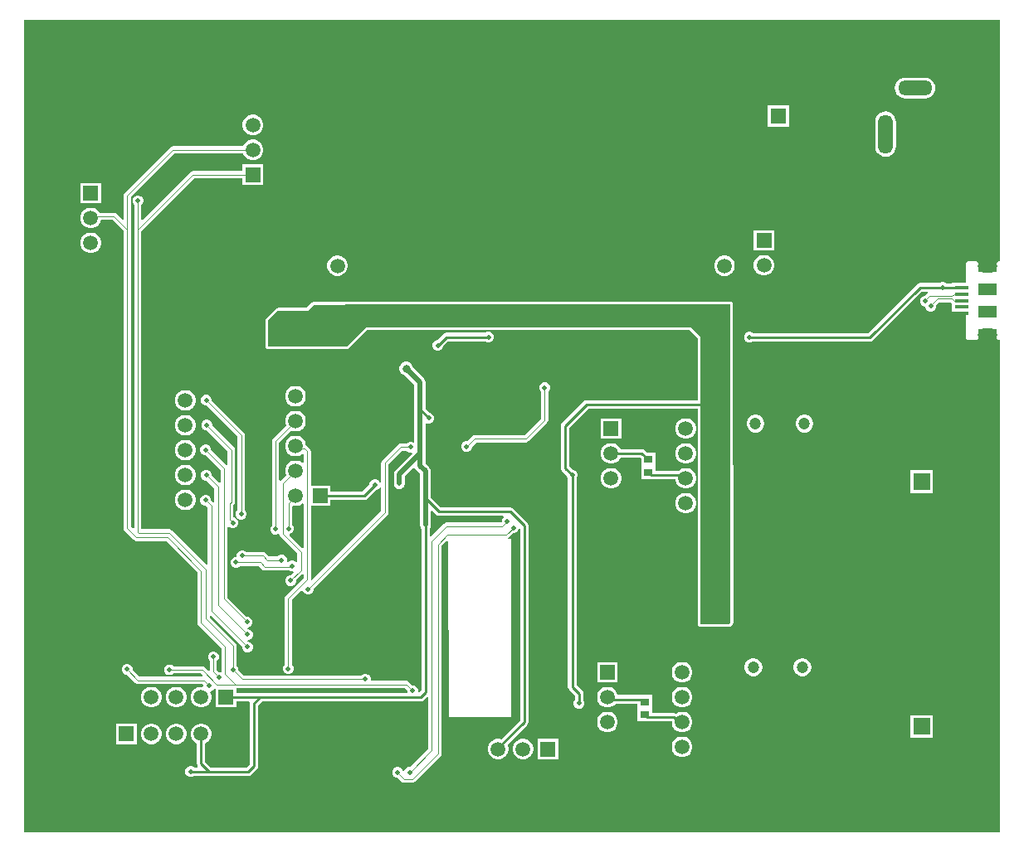
<source format=gbl>
G04*
G04 #@! TF.GenerationSoftware,Altium Limited,Altium Designer,21.0.9 (235)*
G04*
G04 Layer_Physical_Order=2*
G04 Layer_Color=16711680*
%FSLAX44Y44*%
%MOMM*%
G71*
G04*
G04 #@! TF.SameCoordinates,BC5F0FA3-8C3F-41DD-A052-AF4356C4A8CD*
G04*
G04*
G04 #@! TF.FilePolarity,Positive*
G04*
G01*
G75*
%ADD10C,0.2500*%
%ADD12C,0.2540*%
%ADD15C,0.1250*%
%ADD26R,0.9000X0.8000*%
%ADD60R,1.7000X1.7000*%
%ADD61C,3.5000*%
%ADD71C,0.5000*%
%ADD73O,1.5000X4.0000*%
%ADD74O,1.5000X3.5000*%
%ADD75O,3.5000X1.5000*%
%ADD76C,1.5500*%
%ADD77R,1.5500X1.5500*%
%ADD78C,1.5000*%
%ADD79R,1.5000X1.5000*%
%ADD80R,1.5000X1.5000*%
%ADD81C,1.2000*%
%ADD82O,2.0000X1.3500*%
%ADD83O,1.2500X1.0500*%
%ADD84C,0.5000*%
%ADD85C,0.8000*%
%ADD86R,1.3500X0.4000*%
G36*
X1778000Y1024059D02*
X1776829Y1023826D01*
X1775837Y1023163D01*
X1775174Y1022170D01*
X1774941Y1021000D01*
Y1012559D01*
X1756559D01*
Y1021000D01*
X1756326Y1022170D01*
X1755663Y1023163D01*
X1754671Y1023826D01*
X1753500Y1024059D01*
X1746800D01*
X1745629Y1023826D01*
X1744637Y1023163D01*
X1743974Y1022170D01*
X1743741Y1021000D01*
Y1001500D01*
X1729250D01*
Y1001083D01*
X1723695D01*
X1723116Y1001663D01*
X1721094Y1002500D01*
X1718906D01*
X1716884Y1001663D01*
X1716555Y1001333D01*
X1696750D01*
X1695092Y1001003D01*
X1693686Y1000064D01*
X1643955Y950333D01*
X1526195D01*
X1525865Y950663D01*
X1523844Y951500D01*
X1521656D01*
X1519635Y950663D01*
X1518087Y949116D01*
X1517250Y947094D01*
Y944906D01*
X1518087Y942885D01*
X1519635Y941337D01*
X1521656Y940500D01*
X1523844D01*
X1525865Y941337D01*
X1526195Y941667D01*
X1645750D01*
X1647408Y941997D01*
X1648814Y942936D01*
X1698545Y992667D01*
X1704957D01*
X1705172Y991415D01*
X1703973Y990613D01*
X1703973Y990613D01*
X1701871Y988511D01*
X1701312D01*
X1699290Y987673D01*
X1697743Y986126D01*
X1696906Y984105D01*
Y981917D01*
X1697743Y979895D01*
X1699290Y978348D01*
X1701312Y977511D01*
X1702415D01*
Y976768D01*
X1703252Y974747D01*
X1704799Y973200D01*
X1706821Y972362D01*
X1709009D01*
X1711030Y973200D01*
X1712577Y974747D01*
X1713415Y976768D01*
Y978938D01*
X1716281Y981804D01*
X1728094D01*
X1729012Y980887D01*
X1729012Y980887D01*
X1729250Y980727D01*
Y972000D01*
X1743741D01*
Y946000D01*
X1743974Y944829D01*
X1744637Y943837D01*
X1745629Y943174D01*
X1746800Y942941D01*
X1753500D01*
X1754671Y943174D01*
X1755663Y943837D01*
X1756326Y944829D01*
X1756559Y946000D01*
Y954441D01*
X1774941D01*
Y946000D01*
X1775174Y944829D01*
X1775837Y943837D01*
X1776829Y943174D01*
X1778000Y942941D01*
Y440000D01*
X783000D01*
Y1270000D01*
X1778000D01*
Y1024059D01*
D02*
G37*
G36*
X1774941Y989059D02*
X1756559D01*
Y1000941D01*
X1774941D01*
Y989059D01*
D02*
G37*
G36*
Y966059D02*
X1756559D01*
Y977941D01*
X1774941D01*
Y966059D01*
D02*
G37*
%LPC*%
G36*
X1701750Y1211091D02*
X1681750D01*
X1679009Y1210730D01*
X1676455Y1209672D01*
X1674261Y1207989D01*
X1672578Y1205795D01*
X1671520Y1203241D01*
X1671159Y1200500D01*
X1671520Y1197759D01*
X1672578Y1195205D01*
X1674261Y1193011D01*
X1676455Y1191328D01*
X1679009Y1190270D01*
X1681750Y1189909D01*
X1701750D01*
X1704491Y1190270D01*
X1707045Y1191328D01*
X1709239Y1193011D01*
X1710922Y1195205D01*
X1711980Y1197759D01*
X1712341Y1200500D01*
X1711980Y1203241D01*
X1710922Y1205795D01*
X1709239Y1207989D01*
X1707045Y1209672D01*
X1704491Y1210730D01*
X1701750Y1211091D01*
D02*
G37*
G36*
X1563000Y1182550D02*
X1541500D01*
Y1161050D01*
X1563000D01*
Y1182550D01*
D02*
G37*
G36*
X1017632Y1173250D02*
X1014868D01*
X1012197Y1172534D01*
X1009803Y1171152D01*
X1007848Y1169197D01*
X1006466Y1166803D01*
X1005750Y1164132D01*
Y1161368D01*
X1006466Y1158697D01*
X1007848Y1156303D01*
X1009803Y1154348D01*
X1012197Y1152966D01*
X1014868Y1152250D01*
X1017632D01*
X1020303Y1152966D01*
X1022697Y1154348D01*
X1024652Y1156303D01*
X1026034Y1158697D01*
X1026750Y1161368D01*
Y1164132D01*
X1026034Y1166803D01*
X1024652Y1169197D01*
X1022697Y1171152D01*
X1020303Y1172534D01*
X1017632Y1173250D01*
D02*
G37*
G36*
Y1147850D02*
X1014868D01*
X1012197Y1147134D01*
X1009803Y1145752D01*
X1007848Y1143797D01*
X1006466Y1141403D01*
X1006370Y1141046D01*
X934600D01*
X934600Y1141046D01*
X933186Y1140765D01*
X931986Y1139964D01*
X931986Y1139963D01*
X885387Y1093363D01*
X884585Y1092164D01*
X884304Y1090750D01*
X884304Y1090750D01*
Y1066582D01*
X883131Y1066096D01*
X877113Y1072113D01*
X875914Y1072915D01*
X874500Y1073196D01*
X874500Y1073196D01*
X859788D01*
X859152Y1074297D01*
X857197Y1076252D01*
X854803Y1077634D01*
X852132Y1078350D01*
X849368D01*
X846697Y1077634D01*
X844303Y1076252D01*
X842348Y1074297D01*
X840966Y1071903D01*
X840250Y1069232D01*
Y1066468D01*
X840966Y1063797D01*
X842348Y1061403D01*
X844303Y1059448D01*
X846697Y1058066D01*
X849368Y1057350D01*
X852132D01*
X854803Y1058066D01*
X857197Y1059448D01*
X859152Y1061403D01*
X860534Y1063797D01*
X861072Y1065804D01*
X872969D01*
X884304Y1054469D01*
Y750890D01*
X884304Y750890D01*
X884585Y749476D01*
X885387Y748277D01*
X894777Y738886D01*
X895976Y738085D01*
X897390Y737804D01*
X897390Y737804D01*
X927469D01*
X959304Y705969D01*
Y654750D01*
X959304Y654750D01*
X959585Y653336D01*
X960387Y652137D01*
X984054Y628469D01*
Y604641D01*
X983094Y604000D01*
X981727D01*
X979446Y606281D01*
Y615418D01*
X980413Y616385D01*
X981250Y618406D01*
Y620594D01*
X980413Y622616D01*
X978866Y624163D01*
X976844Y625000D01*
X974656D01*
X972635Y624163D01*
X971087Y622616D01*
X970250Y620594D01*
Y618406D01*
X971087Y616385D01*
X972054Y615418D01*
Y605804D01*
X970784Y605278D01*
X967093Y608969D01*
X965894Y609770D01*
X964480Y610051D01*
X964479Y610051D01*
X935262D01*
X934295Y611018D01*
X932274Y611855D01*
X930086D01*
X928064Y611018D01*
X926517Y609471D01*
X925680Y607449D01*
Y605261D01*
X926517Y603240D01*
X928064Y601693D01*
X930086Y600855D01*
X932274D01*
X934295Y601693D01*
X935262Y602659D01*
X962949D01*
X964892Y600716D01*
X964366Y599446D01*
X900531D01*
X893250Y606727D01*
Y608094D01*
X892413Y610116D01*
X890865Y611663D01*
X888844Y612500D01*
X886656D01*
X884634Y611663D01*
X883087Y610116D01*
X882250Y608094D01*
Y605906D01*
X883087Y603885D01*
X884634Y602337D01*
X886656Y601500D01*
X888023D01*
X896386Y593136D01*
X897586Y592335D01*
X899000Y592054D01*
X899000Y592054D01*
X964469D01*
X965590Y590933D01*
X965534Y589974D01*
X964682Y589000D01*
X961918D01*
X959247Y588284D01*
X956853Y586902D01*
X954898Y584947D01*
X953516Y582553D01*
X952800Y579882D01*
Y577118D01*
X953516Y574447D01*
X954898Y572053D01*
X956853Y570098D01*
X959247Y568716D01*
X961918Y568000D01*
X964682D01*
X967353Y568716D01*
X969747Y570098D01*
X971702Y572053D01*
X973084Y574447D01*
X973800Y577118D01*
Y579882D01*
X973084Y582553D01*
X972638Y583327D01*
X973314Y584695D01*
X974865Y585337D01*
X976413Y586884D01*
X977847Y587028D01*
X978200Y586766D01*
Y568000D01*
X999200D01*
Y574167D01*
X1011925D01*
X1012845Y572897D01*
X1012667Y572000D01*
Y554000D01*
X1012917Y552743D01*
Y510045D01*
X1009455Y506583D01*
X973295D01*
X967633Y512245D01*
Y531377D01*
X969747Y532598D01*
X971702Y534553D01*
X973084Y536947D01*
X973800Y539618D01*
Y542382D01*
X973084Y545053D01*
X971702Y547447D01*
X969747Y549402D01*
X967353Y550784D01*
X964682Y551500D01*
X961918D01*
X959247Y550784D01*
X956853Y549402D01*
X954898Y547447D01*
X953516Y545053D01*
X952800Y542382D01*
Y539618D01*
X953516Y536947D01*
X954898Y534553D01*
X956853Y532598D01*
X958967Y531377D01*
Y510450D01*
X959297Y508792D01*
X959924Y507853D01*
X959325Y506583D01*
X956195D01*
X955865Y506913D01*
X953844Y507750D01*
X951656D01*
X949634Y506913D01*
X948087Y505365D01*
X947250Y503344D01*
Y501156D01*
X948087Y499134D01*
X949634Y497587D01*
X951656Y496750D01*
X953844D01*
X955865Y497587D01*
X956195Y497917D01*
X1011250D01*
X1012908Y498247D01*
X1014314Y499186D01*
X1020314Y505186D01*
X1021253Y506592D01*
X1021583Y508250D01*
Y553750D01*
X1021333Y555007D01*
Y570205D01*
X1025295Y574167D01*
X1187250D01*
X1188908Y574497D01*
X1190314Y575436D01*
X1193881Y579003D01*
X1195054Y578517D01*
Y525781D01*
X1176273Y507000D01*
X1174906D01*
X1172885Y506163D01*
X1171337Y504616D01*
X1170500Y502594D01*
X1169250D01*
X1168413Y504616D01*
X1166865Y506163D01*
X1164844Y507000D01*
X1162656D01*
X1160635Y506163D01*
X1159087Y504616D01*
X1158250Y502594D01*
Y500406D01*
X1159087Y498385D01*
X1160635Y496837D01*
X1162656Y496000D01*
X1164023D01*
X1167887Y492137D01*
X1167887Y492136D01*
X1169086Y491335D01*
X1170500Y491054D01*
X1178750D01*
X1178750Y491054D01*
X1180164Y491335D01*
X1181364Y492136D01*
X1207363Y518136D01*
X1207364Y518136D01*
X1208165Y519336D01*
X1208446Y520750D01*
X1208446Y520750D01*
Y732969D01*
X1213837Y738360D01*
X1215012Y737877D01*
X1216000Y558250D01*
X1280250D01*
X1280001Y558499D01*
Y740000D01*
X1276972D01*
X1276691Y741270D01*
X1277613Y741887D01*
X1281529Y745802D01*
X1282896D01*
X1284918Y746640D01*
X1286465Y748187D01*
X1287267Y750122D01*
X1287346Y750228D01*
X1288572Y750777D01*
X1288667Y750714D01*
Y554795D01*
X1269420Y535548D01*
X1267732Y536000D01*
X1264968D01*
X1262297Y535284D01*
X1259903Y533902D01*
X1257948Y531947D01*
X1256566Y529553D01*
X1255850Y526882D01*
Y524118D01*
X1256566Y521447D01*
X1257948Y519053D01*
X1259903Y517098D01*
X1262297Y515716D01*
X1264968Y515000D01*
X1267732D01*
X1270403Y515716D01*
X1272797Y517098D01*
X1274752Y519053D01*
X1276134Y521447D01*
X1276850Y524118D01*
Y526882D01*
X1276134Y529553D01*
X1275968Y529840D01*
X1296064Y549936D01*
X1297003Y551342D01*
X1297333Y553000D01*
Y753750D01*
X1297003Y755408D01*
X1296064Y756814D01*
X1282064Y770814D01*
X1280658Y771753D01*
X1279000Y772083D01*
X1207997D01*
X1197909Y782171D01*
Y809199D01*
X1197482Y811345D01*
X1196266Y813164D01*
X1192108Y817323D01*
Y827000D01*
Y857577D01*
X1193378Y858426D01*
X1194406Y858000D01*
X1196594D01*
X1198615Y858837D01*
X1200163Y860385D01*
X1201000Y862406D01*
Y864594D01*
X1200163Y866616D01*
X1198615Y868163D01*
X1196594Y869000D01*
X1196128D01*
X1192108Y873020D01*
Y900072D01*
X1191681Y902218D01*
X1190465Y904037D01*
X1179568Y914934D01*
X1179095Y916702D01*
X1178173Y918298D01*
X1176870Y919601D01*
X1175274Y920523D01*
X1173493Y921000D01*
X1171650D01*
X1169870Y920523D01*
X1168274Y919601D01*
X1166971Y918298D01*
X1166049Y916702D01*
X1165572Y914922D01*
Y913078D01*
X1166049Y911298D01*
X1166971Y909702D01*
X1168274Y908399D01*
X1169870Y907477D01*
X1171638Y907003D01*
X1180892Y897749D01*
Y872500D01*
Y839545D01*
X1179622Y838720D01*
X1178344Y839250D01*
X1176156D01*
X1174135Y838413D01*
X1173168Y837446D01*
X1166750D01*
X1166750Y837446D01*
X1165336Y837165D01*
X1164137Y836364D01*
X1164137Y836363D01*
X1148137Y820363D01*
X1147335Y819164D01*
X1147054Y817750D01*
X1147054Y817750D01*
Y797722D01*
X1145784Y797469D01*
X1145413Y798365D01*
X1143866Y799913D01*
X1141844Y800750D01*
X1139656D01*
X1137635Y799913D01*
X1136087Y798365D01*
X1135250Y796344D01*
Y795878D01*
X1127905Y788533D01*
X1095500D01*
Y794700D01*
X1075196D01*
Y829500D01*
X1075196Y829500D01*
X1074915Y830914D01*
X1074113Y832113D01*
X1074113Y832113D01*
X1071244Y834983D01*
X1070100Y835747D01*
Y836382D01*
X1069384Y839053D01*
X1068002Y841447D01*
X1066047Y843402D01*
X1063653Y844784D01*
X1060982Y845500D01*
X1058218D01*
X1055547Y844784D01*
X1053153Y843402D01*
X1051198Y841447D01*
X1049816Y839053D01*
X1049100Y836382D01*
Y833618D01*
X1049816Y830947D01*
X1051198Y828553D01*
X1053153Y826598D01*
X1055547Y825216D01*
X1058218Y824500D01*
X1060982D01*
X1063653Y825216D01*
X1066047Y826598D01*
X1066534Y827085D01*
X1067804Y826559D01*
Y817905D01*
X1066631Y817419D01*
X1066047Y818002D01*
X1063653Y819384D01*
X1060982Y820100D01*
X1058218D01*
X1055547Y819384D01*
X1053153Y818002D01*
X1051198Y816047D01*
X1049816Y813653D01*
X1049100Y810982D01*
Y808218D01*
X1049816Y805547D01*
X1050000Y805227D01*
X1044216Y799443D01*
X1043878Y799473D01*
X1042946Y799868D01*
Y838519D01*
X1055227Y850800D01*
X1055547Y850616D01*
X1058218Y849900D01*
X1060982D01*
X1063653Y850616D01*
X1066047Y851998D01*
X1068002Y853953D01*
X1069384Y856347D01*
X1070100Y859018D01*
Y861782D01*
X1069384Y864453D01*
X1068002Y866847D01*
X1066047Y868802D01*
X1063653Y870184D01*
X1060982Y870900D01*
X1058218D01*
X1055547Y870184D01*
X1053153Y868802D01*
X1051198Y866847D01*
X1049816Y864453D01*
X1049100Y861782D01*
Y859018D01*
X1049816Y856347D01*
X1050000Y856027D01*
X1036637Y842663D01*
X1035835Y841464D01*
X1035554Y840050D01*
X1035554Y840050D01*
Y754082D01*
X1034587Y753115D01*
X1033750Y751094D01*
Y748906D01*
X1034587Y746885D01*
X1036134Y745337D01*
X1038156Y744500D01*
X1040344D01*
X1041831Y745116D01*
X1043086Y744564D01*
X1043219Y744421D01*
X1043335Y743836D01*
X1044137Y742636D01*
X1061554Y725219D01*
Y716770D01*
X1060284Y716244D01*
X1059365Y717163D01*
X1057344Y718000D01*
X1055156D01*
X1053135Y717163D01*
X1052177Y716205D01*
X1051942Y716250D01*
X1051060Y717440D01*
Y719628D01*
X1050223Y721650D01*
X1048676Y723197D01*
X1046654Y724034D01*
X1044466D01*
X1042445Y723197D01*
X1041194Y721946D01*
X1032531D01*
X1028864Y725613D01*
X1027664Y726415D01*
X1026250Y726696D01*
X1026250Y726696D01*
X1009332D01*
X1008365Y727663D01*
X1006344Y728500D01*
X1004156D01*
X1002134Y727663D01*
X1000587Y726115D01*
X999750Y724094D01*
Y721906D01*
X999646Y721750D01*
X997656D01*
X995635Y720913D01*
X994087Y719365D01*
X993250Y717344D01*
Y715156D01*
X994087Y713135D01*
X995635Y711587D01*
X997656Y710750D01*
X999844D01*
X1001865Y711587D01*
X1002832Y712554D01*
X1022219D01*
X1025637Y709137D01*
X1025637Y709137D01*
X1026836Y708335D01*
X1028250Y708054D01*
X1028250Y708054D01*
X1052918D01*
X1053135Y707837D01*
X1055156Y707000D01*
X1056977D01*
X1057584Y705900D01*
X1057600Y705827D01*
X1054773Y703000D01*
X1053406D01*
X1051385Y702163D01*
X1049837Y700615D01*
X1049000Y698594D01*
Y696406D01*
X1049837Y694385D01*
X1051385Y692837D01*
X1053406Y692000D01*
X1055594D01*
X1057616Y692837D01*
X1059163Y694385D01*
X1060000Y696406D01*
Y697773D01*
X1066631Y704404D01*
X1067804Y703918D01*
Y699781D01*
X1049637Y681613D01*
X1048835Y680414D01*
X1048554Y679000D01*
X1048554Y679000D01*
Y611582D01*
X1047587Y610616D01*
X1046750Y608594D01*
Y606406D01*
X1047587Y604384D01*
X1049135Y602837D01*
X1051156Y602000D01*
X1053344D01*
X1055366Y602837D01*
X1056913Y604384D01*
X1057750Y606406D01*
Y608594D01*
X1056913Y610616D01*
X1055946Y611582D01*
Y677469D01*
X1065827Y687350D01*
X1067272Y686999D01*
X1067837Y685635D01*
X1069385Y684087D01*
X1071406Y683250D01*
X1073594D01*
X1075615Y684087D01*
X1077163Y685635D01*
X1078000Y687656D01*
Y689023D01*
X1153363Y764387D01*
X1153363Y764387D01*
X1154165Y765586D01*
X1154446Y767000D01*
Y816219D01*
X1168281Y830054D01*
X1173168D01*
X1174135Y829087D01*
X1176156Y828250D01*
X1178023D01*
X1178587Y827305D01*
X1178646Y827077D01*
X1161535Y809965D01*
X1160319Y808146D01*
X1159892Y806000D01*
Y796500D01*
X1160000Y795958D01*
Y795406D01*
X1160211Y794896D01*
X1160319Y794354D01*
X1160626Y793895D01*
X1160837Y793384D01*
X1161228Y792994D01*
X1161535Y792535D01*
X1161994Y792228D01*
X1162384Y791837D01*
X1162895Y791626D01*
X1163354Y791319D01*
X1163896Y791211D01*
X1164406Y791000D01*
X1164958D01*
X1165500Y790892D01*
X1166042Y791000D01*
X1166594D01*
X1167104Y791211D01*
X1167646Y791319D01*
X1168105Y791626D01*
X1168615Y791837D01*
X1169006Y792228D01*
X1169465Y792535D01*
X1169772Y792994D01*
X1170163Y793384D01*
X1170374Y793895D01*
X1170681Y794354D01*
X1170789Y794896D01*
X1171000Y795406D01*
Y795958D01*
X1171108Y796500D01*
Y803677D01*
X1180150Y812719D01*
X1181624Y812398D01*
X1182535Y811035D01*
X1186693Y806876D01*
Y781651D01*
Y754102D01*
X1186801Y753560D01*
Y753008D01*
X1187012Y752498D01*
X1187120Y751956D01*
X1187427Y751497D01*
X1187638Y750987D01*
X1187968Y750657D01*
Y585346D01*
X1185839Y583218D01*
X1184803Y583872D01*
X1184750Y583924D01*
Y586094D01*
X1183913Y588116D01*
X1182365Y589663D01*
X1180344Y590500D01*
X1178977D01*
X1175528Y593949D01*
X1174329Y594750D01*
X1172915Y595031D01*
X1172915Y595031D01*
X1136835D01*
X1136250Y595906D01*
Y598094D01*
X1135413Y600116D01*
X1133866Y601663D01*
X1131844Y602500D01*
X1129656D01*
X1127635Y601663D01*
X1126668Y600696D01*
X1007031D01*
X1001250Y606477D01*
Y607844D01*
X1000413Y609865D01*
X999446Y610832D01*
Y631250D01*
X999446Y631250D01*
X999165Y632664D01*
X998363Y633864D01*
X998363Y633864D01*
X972233Y659994D01*
X972341Y661071D01*
X973494Y661529D01*
X1005000Y630023D01*
Y628656D01*
X1005837Y626634D01*
X1007384Y625087D01*
X1009406Y624250D01*
X1011594D01*
X1013615Y625087D01*
X1015163Y626634D01*
X1016000Y628656D01*
Y630844D01*
X1015163Y632865D01*
X1013615Y634413D01*
X1011594Y635250D01*
X1010923D01*
X1010569Y635730D01*
X1011210Y637000D01*
X1011594D01*
X1013615Y637837D01*
X1015163Y639384D01*
X1016000Y641406D01*
Y643594D01*
X1015163Y645615D01*
X1013615Y647163D01*
X1011594Y648000D01*
X1010923D01*
X1010569Y648480D01*
X1011210Y649750D01*
X1011344D01*
X1013365Y650587D01*
X1014913Y652134D01*
X1015750Y654156D01*
Y656344D01*
X1014913Y658365D01*
X1013365Y659913D01*
X1011344Y660750D01*
X1009977D01*
X990446Y680281D01*
Y752230D01*
X991716Y752756D01*
X992635Y751837D01*
X994656Y751000D01*
X996844D01*
X998866Y751837D01*
X1000413Y753384D01*
X1001250Y755406D01*
Y757594D01*
X1000413Y759615D01*
X998866Y761163D01*
X996844Y762000D01*
X996446D01*
Y774856D01*
X996733Y775144D01*
X996733Y775144D01*
X997535Y776343D01*
X997816Y777757D01*
X997816Y777757D01*
Y831130D01*
X997816Y831130D01*
X997535Y832544D01*
X996733Y833743D01*
X996733Y833744D01*
X974500Y855977D01*
Y857344D01*
X973663Y859365D01*
X972115Y860913D01*
X970094Y861750D01*
X967906D01*
X965884Y860913D01*
X964337Y859365D01*
X963500Y857344D01*
Y855156D01*
X964337Y853135D01*
X965884Y851587D01*
X967906Y850750D01*
X969273D01*
X990424Y829599D01*
Y815562D01*
X989970Y815263D01*
X989154Y815073D01*
X973500Y830727D01*
Y832094D01*
X972663Y834116D01*
X971115Y835663D01*
X969094Y836500D01*
X966906D01*
X964884Y835663D01*
X963337Y834116D01*
X962500Y832094D01*
Y829906D01*
X963337Y827885D01*
X964884Y826337D01*
X966906Y825500D01*
X968273D01*
X983054Y810719D01*
Y797832D01*
X981881Y797346D01*
X974250Y804977D01*
Y806344D01*
X973413Y808365D01*
X971865Y809913D01*
X969844Y810750D01*
X967656D01*
X965635Y809913D01*
X964087Y808365D01*
X963250Y806344D01*
Y804156D01*
X964087Y802134D01*
X965635Y800587D01*
X967656Y799750D01*
X969023D01*
X976804Y791969D01*
Y777969D01*
X975534Y777443D01*
X973500Y779477D01*
Y780844D01*
X972663Y782866D01*
X971115Y784413D01*
X969094Y785250D01*
X966906D01*
X964884Y784413D01*
X963337Y782866D01*
X962500Y780844D01*
Y778656D01*
X963337Y776635D01*
X964884Y775087D01*
X966906Y774250D01*
X968273D01*
X970054Y772469D01*
Y714050D01*
X968881Y713564D01*
X933581Y748864D01*
X932382Y749665D01*
X930967Y749946D01*
X930967Y749946D01*
X902446D01*
Y1054219D01*
X956481Y1108254D01*
X1005750D01*
Y1101450D01*
X1026750D01*
Y1122450D01*
X1005750D01*
Y1115646D01*
X954950D01*
X954950Y1115646D01*
X953536Y1115365D01*
X952337Y1114564D01*
X952336Y1114563D01*
X903619Y1065846D01*
X902446Y1066332D01*
Y1081418D01*
X903413Y1082384D01*
X904250Y1084406D01*
Y1086594D01*
X903413Y1088615D01*
X901865Y1090163D01*
X899844Y1091000D01*
X897656D01*
X895635Y1090163D01*
X894087Y1088615D01*
X893250Y1086594D01*
Y1084406D01*
X894087Y1082384D01*
X895054Y1081418D01*
Y1055750D01*
X895054Y1055750D01*
X895054Y1055750D01*
Y750723D01*
X893881Y750237D01*
X891696Y752421D01*
Y1056000D01*
X891696Y1056000D01*
X891696Y1056000D01*
Y1089219D01*
X936131Y1133654D01*
X1006370D01*
X1006466Y1133297D01*
X1007848Y1130903D01*
X1009803Y1128948D01*
X1012197Y1127566D01*
X1014868Y1126850D01*
X1017632D01*
X1020303Y1127566D01*
X1022697Y1128948D01*
X1024652Y1130903D01*
X1026034Y1133297D01*
X1026750Y1135968D01*
Y1138732D01*
X1026034Y1141403D01*
X1024652Y1143797D01*
X1022697Y1145752D01*
X1020303Y1147134D01*
X1017632Y1147850D01*
D02*
G37*
G36*
X1661750Y1176591D02*
X1659009Y1176230D01*
X1656455Y1175172D01*
X1654261Y1173489D01*
X1652578Y1171295D01*
X1651520Y1168741D01*
X1651159Y1166000D01*
Y1141000D01*
X1651520Y1138259D01*
X1652578Y1135705D01*
X1654261Y1133511D01*
X1656455Y1131828D01*
X1659009Y1130770D01*
X1661750Y1130409D01*
X1664491Y1130770D01*
X1667045Y1131828D01*
X1669239Y1133511D01*
X1670922Y1135705D01*
X1671980Y1138259D01*
X1672341Y1141000D01*
Y1166000D01*
X1671980Y1168741D01*
X1670922Y1171295D01*
X1669239Y1173489D01*
X1667045Y1175172D01*
X1664491Y1176230D01*
X1661750Y1176591D01*
D02*
G37*
G36*
X861250Y1103750D02*
X840250D01*
Y1082750D01*
X861250D01*
Y1103750D01*
D02*
G37*
G36*
X1548000Y1055500D02*
X1527000D01*
Y1034500D01*
X1548000D01*
Y1055500D01*
D02*
G37*
G36*
X852132Y1052950D02*
X849368D01*
X846697Y1052234D01*
X844303Y1050852D01*
X842348Y1048897D01*
X840966Y1046503D01*
X840250Y1043832D01*
Y1041068D01*
X840966Y1038397D01*
X842348Y1036003D01*
X844303Y1034048D01*
X846697Y1032666D01*
X849368Y1031950D01*
X852132D01*
X854803Y1032666D01*
X857197Y1034048D01*
X859152Y1036003D01*
X860534Y1038397D01*
X861250Y1041068D01*
Y1043832D01*
X860534Y1046503D01*
X859152Y1048897D01*
X857197Y1050852D01*
X854803Y1052234D01*
X852132Y1052950D01*
D02*
G37*
G36*
X1538882Y1030100D02*
X1536118D01*
X1533447Y1029384D01*
X1531053Y1028002D01*
X1529098Y1026047D01*
X1527716Y1023653D01*
X1527000Y1020982D01*
Y1018218D01*
X1527716Y1015547D01*
X1529098Y1013153D01*
X1531053Y1011198D01*
X1533447Y1009816D01*
X1536118Y1009100D01*
X1538882D01*
X1541553Y1009816D01*
X1543947Y1011198D01*
X1545902Y1013153D01*
X1547284Y1015547D01*
X1548000Y1018218D01*
Y1020982D01*
X1547284Y1023653D01*
X1545902Y1026047D01*
X1543947Y1028002D01*
X1541553Y1029384D01*
X1538882Y1030100D01*
D02*
G37*
G36*
X1498712Y1029560D02*
X1495948D01*
X1493277Y1028844D01*
X1490883Y1027462D01*
X1488928Y1025507D01*
X1487546Y1023113D01*
X1486830Y1020442D01*
Y1017678D01*
X1487546Y1015007D01*
X1488928Y1012613D01*
X1490883Y1010658D01*
X1493277Y1009276D01*
X1495948Y1008560D01*
X1498712D01*
X1501383Y1009276D01*
X1503777Y1010658D01*
X1505732Y1012613D01*
X1507114Y1015007D01*
X1507830Y1017678D01*
Y1020442D01*
X1507114Y1023113D01*
X1505732Y1025507D01*
X1503777Y1027462D01*
X1501383Y1028844D01*
X1498712Y1029560D01*
D02*
G37*
G36*
X1103742D02*
X1100978D01*
X1098307Y1028844D01*
X1095913Y1027462D01*
X1093958Y1025507D01*
X1092576Y1023113D01*
X1091860Y1020442D01*
Y1017678D01*
X1092576Y1015007D01*
X1093958Y1012613D01*
X1095913Y1010658D01*
X1098307Y1009276D01*
X1100978Y1008560D01*
X1103742D01*
X1106413Y1009276D01*
X1108807Y1010658D01*
X1110762Y1012613D01*
X1112144Y1015007D01*
X1112860Y1017678D01*
Y1020442D01*
X1112144Y1023113D01*
X1110762Y1025507D01*
X1108807Y1027462D01*
X1106413Y1028844D01*
X1103742Y1029560D01*
D02*
G37*
G36*
X1502998Y982559D02*
X1110250D01*
X1109079Y982326D01*
X1108680Y982059D01*
X1078000Y982059D01*
X1078000Y982059D01*
X1076829Y981826D01*
X1075837Y981163D01*
X1075837Y981163D01*
X1070733Y976059D01*
X1042000D01*
X1041452Y975950D01*
X1040902Y975855D01*
X1040869Y975834D01*
X1040829Y975826D01*
X1040365Y975516D01*
X1039893Y975218D01*
X1029893Y965718D01*
X1029870Y965685D01*
X1029837Y965663D01*
X1029587Y965413D01*
X1028924Y964421D01*
X1028691Y963250D01*
X1028691Y963250D01*
Y936750D01*
X1028924Y935580D01*
X1029587Y934587D01*
X1030580Y933924D01*
X1031750Y933691D01*
X1112000D01*
X1112000Y933691D01*
X1113170Y933924D01*
X1114163Y934587D01*
X1114163Y934587D01*
X1132767Y953191D01*
X1461733D01*
X1469941Y944983D01*
Y881854D01*
X1356500D01*
X1354834Y881522D01*
X1353421Y880579D01*
X1331422Y858578D01*
X1330478Y857166D01*
X1330146Y855500D01*
Y840500D01*
X1330396Y839243D01*
Y812500D01*
X1330728Y810834D01*
X1331671Y809421D01*
X1336500Y804593D01*
Y804156D01*
X1337337Y802134D01*
X1337646Y801825D01*
Y589000D01*
X1337978Y587334D01*
X1338922Y585922D01*
X1344646Y580197D01*
Y575615D01*
X1344337Y575305D01*
X1343500Y573284D01*
Y571096D01*
X1344337Y569075D01*
X1345885Y567527D01*
X1347906Y566690D01*
X1350094D01*
X1352115Y567527D01*
X1353663Y569075D01*
X1354500Y571096D01*
Y573284D01*
X1353663Y575305D01*
X1353354Y575615D01*
Y582000D01*
X1353022Y583666D01*
X1352079Y585079D01*
X1346354Y590803D01*
Y801825D01*
X1346663Y802134D01*
X1347500Y804156D01*
Y806344D01*
X1346663Y808365D01*
X1345116Y809913D01*
X1343094Y810750D01*
X1342657D01*
X1339104Y814303D01*
Y840250D01*
X1338854Y841507D01*
Y853697D01*
X1358303Y873146D01*
X1469941D01*
X1469941Y653250D01*
X1470174Y652079D01*
X1470837Y651087D01*
X1471830Y650424D01*
X1473000Y650191D01*
X1502017D01*
X1502017Y650191D01*
X1502018Y650191D01*
X1502630Y650313D01*
X1503187Y650424D01*
X1503188Y650424D01*
X1503188Y650424D01*
X1503649Y650732D01*
X1504180Y651087D01*
X1504180Y651087D01*
X1504180Y651088D01*
X1505375Y652283D01*
X1505376Y652284D01*
X1505376Y652284D01*
X1505711Y652787D01*
X1506038Y653276D01*
X1506038Y653277D01*
X1506039Y653277D01*
X1506145Y653813D01*
X1506271Y654447D01*
X1506270Y654447D01*
X1506271Y654448D01*
X1506056Y979502D01*
X1505939Y980092D01*
X1505824Y980670D01*
X1505823Y980671D01*
X1505823Y980672D01*
X1505489Y981171D01*
X1505161Y981663D01*
X1505160Y981663D01*
X1505159Y981664D01*
X1504665Y981994D01*
X1504168Y982326D01*
X1504167Y982326D01*
X1504166Y982327D01*
X1503585Y982442D01*
X1502998Y982559D01*
D02*
G37*
G36*
X1257594Y951750D02*
X1255406D01*
X1253384Y950913D01*
X1253055Y950583D01*
X1213500D01*
X1211842Y950253D01*
X1210436Y949314D01*
X1204372Y943250D01*
X1203906D01*
X1201885Y942413D01*
X1200337Y940865D01*
X1199500Y938844D01*
Y936656D01*
X1200337Y934634D01*
X1201885Y933087D01*
X1203906Y932250D01*
X1206094D01*
X1208115Y933087D01*
X1209663Y934634D01*
X1210500Y936656D01*
Y937122D01*
X1215295Y941917D01*
X1253055D01*
X1253384Y941587D01*
X1255406Y940750D01*
X1257594D01*
X1259615Y941587D01*
X1261163Y943135D01*
X1262000Y945156D01*
Y947344D01*
X1261163Y949365D01*
X1259615Y950913D01*
X1257594Y951750D01*
D02*
G37*
G36*
X1060982Y896300D02*
X1058218D01*
X1055547Y895584D01*
X1053153Y894202D01*
X1051198Y892247D01*
X1049816Y889853D01*
X1049100Y887182D01*
Y884418D01*
X1049816Y881747D01*
X1051198Y879353D01*
X1053153Y877398D01*
X1055547Y876016D01*
X1058218Y875300D01*
X1060982D01*
X1063653Y876016D01*
X1066047Y877398D01*
X1068002Y879353D01*
X1069384Y881747D01*
X1070100Y884418D01*
Y887182D01*
X1069384Y889853D01*
X1068002Y892247D01*
X1066047Y894202D01*
X1063653Y895584D01*
X1060982Y896300D01*
D02*
G37*
G36*
X948632Y892050D02*
X945868D01*
X943197Y891334D01*
X940803Y889952D01*
X938848Y887997D01*
X937466Y885603D01*
X936750Y882932D01*
Y880168D01*
X937466Y877497D01*
X938848Y875103D01*
X940803Y873148D01*
X943197Y871766D01*
X945868Y871050D01*
X948632D01*
X951303Y871766D01*
X953697Y873148D01*
X955652Y875103D01*
X957034Y877497D01*
X957750Y880168D01*
Y882932D01*
X957034Y885603D01*
X955652Y887997D01*
X953697Y889952D01*
X951303Y891334D01*
X948632Y892050D01*
D02*
G37*
G36*
X1580115Y866900D02*
X1577745D01*
X1575456Y866287D01*
X1573404Y865102D01*
X1571728Y863426D01*
X1570543Y861374D01*
X1569930Y859085D01*
Y856715D01*
X1570543Y854426D01*
X1571728Y852374D01*
X1573404Y850698D01*
X1575456Y849513D01*
X1577745Y848900D01*
X1580115D01*
X1582404Y849513D01*
X1584456Y850698D01*
X1586132Y852374D01*
X1587317Y854426D01*
X1587930Y856715D01*
Y859085D01*
X1587317Y861374D01*
X1586132Y863426D01*
X1584456Y865102D01*
X1582404Y866287D01*
X1580115Y866900D01*
D02*
G37*
G36*
X1530115D02*
X1527745D01*
X1525456Y866287D01*
X1523404Y865102D01*
X1521728Y863426D01*
X1520543Y861374D01*
X1519930Y859085D01*
Y856715D01*
X1520543Y854426D01*
X1521728Y852374D01*
X1523404Y850698D01*
X1525456Y849513D01*
X1527745Y848900D01*
X1530115D01*
X1532404Y849513D01*
X1534456Y850698D01*
X1536132Y852374D01*
X1537317Y854426D01*
X1537930Y856715D01*
Y859085D01*
X1537317Y861374D01*
X1536132Y863426D01*
X1534456Y865102D01*
X1532404Y866287D01*
X1530115Y866900D01*
D02*
G37*
G36*
X1314853Y900039D02*
X1312665D01*
X1310643Y899201D01*
X1309096Y897654D01*
X1308259Y895633D01*
Y893445D01*
X1309096Y891423D01*
X1310054Y890465D01*
Y863031D01*
X1292969Y845946D01*
X1242500D01*
X1242500Y845946D01*
X1241086Y845665D01*
X1239886Y844864D01*
X1239886Y844863D01*
X1235023Y840000D01*
X1232906D01*
X1230884Y839163D01*
X1229337Y837616D01*
X1228500Y835594D01*
Y833406D01*
X1229337Y831385D01*
X1230884Y829837D01*
X1232906Y829000D01*
X1235094D01*
X1237115Y829837D01*
X1238663Y831385D01*
X1239500Y833406D01*
Y834023D01*
X1244031Y838554D01*
X1294500D01*
X1294500Y838554D01*
X1295914Y838835D01*
X1297113Y839637D01*
X1316363Y858886D01*
X1316364Y858886D01*
X1317165Y860086D01*
X1317446Y861500D01*
X1317446Y861500D01*
Y890448D01*
X1318422Y891423D01*
X1319259Y893445D01*
Y895633D01*
X1318422Y897654D01*
X1316875Y899201D01*
X1314853Y900039D01*
D02*
G37*
G36*
X948632Y866650D02*
X945868D01*
X943197Y865934D01*
X940803Y864552D01*
X938848Y862597D01*
X937466Y860203D01*
X936750Y857532D01*
Y854768D01*
X937466Y852097D01*
X938848Y849703D01*
X940803Y847748D01*
X943197Y846366D01*
X945868Y845650D01*
X948632D01*
X951303Y846366D01*
X953697Y847748D01*
X955652Y849703D01*
X957034Y852097D01*
X957750Y854768D01*
Y857532D01*
X957034Y860203D01*
X955652Y862597D01*
X953697Y864552D01*
X951303Y865934D01*
X948632Y866650D01*
D02*
G37*
G36*
X1459192Y863320D02*
X1456428D01*
X1453757Y862604D01*
X1451363Y861222D01*
X1449408Y859267D01*
X1448026Y856873D01*
X1447310Y854202D01*
Y851438D01*
X1448026Y848767D01*
X1449408Y846373D01*
X1451363Y844418D01*
X1453757Y843036D01*
X1456428Y842320D01*
X1459192D01*
X1461863Y843036D01*
X1464257Y844418D01*
X1466212Y846373D01*
X1467594Y848767D01*
X1468310Y851438D01*
Y854202D01*
X1467594Y856873D01*
X1466212Y859267D01*
X1464257Y861222D01*
X1461863Y862604D01*
X1459192Y863320D01*
D02*
G37*
G36*
X1392110D02*
X1371110D01*
Y842320D01*
X1392110D01*
Y863320D01*
D02*
G37*
G36*
X948632Y841250D02*
X945868D01*
X943197Y840534D01*
X940803Y839152D01*
X938848Y837197D01*
X937466Y834803D01*
X936750Y832132D01*
Y829368D01*
X937466Y826697D01*
X938848Y824303D01*
X940803Y822348D01*
X943197Y820966D01*
X945868Y820250D01*
X948632D01*
X951303Y820966D01*
X953697Y822348D01*
X955652Y824303D01*
X957034Y826697D01*
X957750Y829368D01*
Y832132D01*
X957034Y834803D01*
X955652Y837197D01*
X953697Y839152D01*
X951303Y840534D01*
X948632Y841250D01*
D02*
G37*
G36*
X1459192Y837920D02*
X1456428D01*
X1453757Y837204D01*
X1451363Y835822D01*
X1449408Y833867D01*
X1448026Y831473D01*
X1447310Y828802D01*
Y826038D01*
X1448026Y823367D01*
X1449408Y820973D01*
X1451363Y819018D01*
X1453757Y817636D01*
X1456428Y816920D01*
X1459192D01*
X1461863Y817636D01*
X1464257Y819018D01*
X1466212Y820973D01*
X1467594Y823367D01*
X1468310Y826038D01*
Y828802D01*
X1467594Y831473D01*
X1466212Y833867D01*
X1464257Y835822D01*
X1461863Y837204D01*
X1459192Y837920D01*
D02*
G37*
G36*
X948632Y815850D02*
X945868D01*
X943197Y815134D01*
X940803Y813752D01*
X938848Y811797D01*
X937466Y809403D01*
X936750Y806732D01*
Y803968D01*
X937466Y801297D01*
X938848Y798903D01*
X940803Y796948D01*
X943197Y795566D01*
X945868Y794850D01*
X948632D01*
X951303Y795566D01*
X953697Y796948D01*
X955652Y798903D01*
X957034Y801297D01*
X957750Y803968D01*
Y806732D01*
X957034Y809403D01*
X955652Y811797D01*
X953697Y813752D01*
X951303Y815134D01*
X948632Y815850D01*
D02*
G37*
G36*
X1382992Y837920D02*
X1380228D01*
X1377557Y837204D01*
X1375163Y835822D01*
X1373208Y833867D01*
X1371826Y831473D01*
X1371110Y828802D01*
Y826038D01*
X1371826Y823367D01*
X1373208Y820973D01*
X1375163Y819018D01*
X1377557Y817636D01*
X1380228Y816920D01*
X1382992D01*
X1385663Y817636D01*
X1388057Y819018D01*
X1390012Y820973D01*
X1391221Y823066D01*
X1411207D01*
X1412210Y822063D01*
Y814220D01*
Y801220D01*
X1422019D01*
X1422440Y801136D01*
X1447310D01*
Y800638D01*
X1448026Y797967D01*
X1449408Y795573D01*
X1451363Y793618D01*
X1453757Y792236D01*
X1456428Y791520D01*
X1459192D01*
X1461863Y792236D01*
X1464257Y793618D01*
X1466212Y795573D01*
X1467594Y797967D01*
X1468310Y800638D01*
Y803402D01*
X1467594Y806073D01*
X1466212Y808467D01*
X1464257Y810422D01*
X1461863Y811804D01*
X1459192Y812520D01*
X1456428D01*
X1453757Y811804D01*
X1451363Y810422D01*
X1450784Y809844D01*
X1427210D01*
Y814220D01*
Y828220D01*
X1418367D01*
X1416089Y830499D01*
X1414676Y831442D01*
X1413010Y831774D01*
X1391221D01*
X1390012Y833867D01*
X1388057Y835822D01*
X1385663Y837204D01*
X1382992Y837920D01*
D02*
G37*
G36*
Y812520D02*
X1380228D01*
X1377557Y811804D01*
X1375163Y810422D01*
X1373208Y808467D01*
X1371826Y806073D01*
X1371110Y803402D01*
Y800638D01*
X1371826Y797967D01*
X1373208Y795573D01*
X1375163Y793618D01*
X1377557Y792236D01*
X1380228Y791520D01*
X1382992D01*
X1385663Y792236D01*
X1388057Y793618D01*
X1390012Y795573D01*
X1391394Y797967D01*
X1392110Y800638D01*
Y803402D01*
X1391394Y806073D01*
X1390012Y808467D01*
X1388057Y810422D01*
X1385663Y811804D01*
X1382992Y812520D01*
D02*
G37*
G36*
X1710000Y810000D02*
X1687000D01*
Y787000D01*
X1710000D01*
Y810000D01*
D02*
G37*
G36*
X948632Y790450D02*
X945868D01*
X943197Y789734D01*
X940803Y788352D01*
X938848Y786397D01*
X937466Y784003D01*
X936750Y781332D01*
Y778568D01*
X937466Y775897D01*
X938848Y773503D01*
X940803Y771548D01*
X943197Y770166D01*
X945868Y769450D01*
X948632D01*
X951303Y770166D01*
X953697Y771548D01*
X955652Y773503D01*
X957034Y775897D01*
X957750Y778568D01*
Y781332D01*
X957034Y784003D01*
X955652Y786397D01*
X953697Y788352D01*
X951303Y789734D01*
X948632Y790450D01*
D02*
G37*
G36*
X1459192Y787120D02*
X1456428D01*
X1453757Y786404D01*
X1451363Y785022D01*
X1449408Y783067D01*
X1448026Y780673D01*
X1447310Y778002D01*
Y775238D01*
X1448026Y772567D01*
X1449408Y770173D01*
X1451363Y768218D01*
X1453757Y766836D01*
X1456428Y766120D01*
X1459192D01*
X1461863Y766836D01*
X1464257Y768218D01*
X1466212Y770173D01*
X1467594Y772567D01*
X1468310Y775238D01*
Y778002D01*
X1467594Y780673D01*
X1466212Y783067D01*
X1464257Y785022D01*
X1461863Y786404D01*
X1459192Y787120D01*
D02*
G37*
G36*
X969632Y887050D02*
X967444D01*
X965422Y886213D01*
X963875Y884666D01*
X963038Y882644D01*
Y880456D01*
X963875Y878435D01*
X965422Y876887D01*
X967444Y876050D01*
X968811D01*
X1000554Y844307D01*
Y769582D01*
X999587Y768615D01*
X998750Y766594D01*
Y764406D01*
X999587Y762384D01*
X1001134Y760837D01*
X1003156Y760000D01*
X1005344D01*
X1007365Y760837D01*
X1008913Y762384D01*
X1009750Y764406D01*
Y766594D01*
X1008913Y768615D01*
X1007946Y769582D01*
Y845838D01*
X1007946Y845838D01*
X1007665Y847252D01*
X1006863Y848451D01*
X1006863Y848451D01*
X974038Y881277D01*
Y882644D01*
X973200Y884666D01*
X971653Y886213D01*
X969632Y887050D01*
D02*
G37*
G36*
X1577975Y617980D02*
X1575605D01*
X1573316Y617367D01*
X1571264Y616182D01*
X1569588Y614506D01*
X1568403Y612454D01*
X1567790Y610165D01*
Y607795D01*
X1568403Y605506D01*
X1569588Y603454D01*
X1571264Y601778D01*
X1573316Y600593D01*
X1575605Y599980D01*
X1577975D01*
X1580264Y600593D01*
X1582316Y601778D01*
X1583992Y603454D01*
X1585177Y605506D01*
X1585790Y607795D01*
Y610165D01*
X1585177Y612454D01*
X1583992Y614506D01*
X1582316Y616182D01*
X1580264Y617367D01*
X1577975Y617980D01*
D02*
G37*
G36*
X1527975D02*
X1525605D01*
X1523316Y617367D01*
X1521264Y616182D01*
X1519588Y614506D01*
X1518403Y612454D01*
X1517790Y610165D01*
Y607795D01*
X1518403Y605506D01*
X1519588Y603454D01*
X1521264Y601778D01*
X1523316Y600593D01*
X1525605Y599980D01*
X1527975D01*
X1530264Y600593D01*
X1532316Y601778D01*
X1533992Y603454D01*
X1535177Y605506D01*
X1535790Y607795D01*
Y610165D01*
X1535177Y612454D01*
X1533992Y614506D01*
X1532316Y616182D01*
X1530264Y617367D01*
X1527975Y617980D01*
D02*
G37*
G36*
X1455382Y614400D02*
X1452618D01*
X1449947Y613684D01*
X1447553Y612302D01*
X1445598Y610347D01*
X1444216Y607953D01*
X1443500Y605282D01*
Y602518D01*
X1444216Y599847D01*
X1445598Y597453D01*
X1447553Y595498D01*
X1449947Y594116D01*
X1452618Y593400D01*
X1455382D01*
X1458053Y594116D01*
X1460447Y595498D01*
X1462402Y597453D01*
X1463784Y599847D01*
X1464500Y602518D01*
Y605282D01*
X1463784Y607953D01*
X1462402Y610347D01*
X1460447Y612302D01*
X1458053Y613684D01*
X1455382Y614400D01*
D02*
G37*
G36*
X1388300D02*
X1367300D01*
Y593400D01*
X1388300D01*
Y614400D01*
D02*
G37*
G36*
X939282Y589000D02*
X936518D01*
X933847Y588284D01*
X931453Y586902D01*
X929498Y584947D01*
X928116Y582553D01*
X927400Y579882D01*
Y577118D01*
X928116Y574447D01*
X929498Y572053D01*
X931453Y570098D01*
X933847Y568716D01*
X936518Y568000D01*
X939282D01*
X941953Y568716D01*
X944347Y570098D01*
X946302Y572053D01*
X947684Y574447D01*
X948400Y577118D01*
Y579882D01*
X947684Y582553D01*
X946302Y584947D01*
X944347Y586902D01*
X941953Y588284D01*
X939282Y589000D01*
D02*
G37*
G36*
X913882D02*
X911118D01*
X908447Y588284D01*
X906053Y586902D01*
X904098Y584947D01*
X902716Y582553D01*
X902000Y579882D01*
Y577118D01*
X902716Y574447D01*
X904098Y572053D01*
X906053Y570098D01*
X908447Y568716D01*
X911118Y568000D01*
X913882D01*
X916553Y568716D01*
X918947Y570098D01*
X920902Y572053D01*
X922284Y574447D01*
X923000Y577118D01*
Y579882D01*
X922284Y582553D01*
X920902Y584947D01*
X918947Y586902D01*
X916553Y588284D01*
X913882Y589000D01*
D02*
G37*
G36*
X1455382Y589000D02*
X1452618D01*
X1449947Y588284D01*
X1447553Y586902D01*
X1445598Y584947D01*
X1444216Y582553D01*
X1443500Y579882D01*
Y577118D01*
X1444216Y574447D01*
X1445598Y572053D01*
X1447553Y570098D01*
X1449947Y568716D01*
X1452618Y568000D01*
X1455382D01*
X1458053Y568716D01*
X1460447Y570098D01*
X1462402Y572053D01*
X1463784Y574447D01*
X1464500Y577118D01*
Y579882D01*
X1463784Y582553D01*
X1462402Y584947D01*
X1460447Y586902D01*
X1458053Y588284D01*
X1455382Y589000D01*
D02*
G37*
G36*
X1379182D02*
X1376418D01*
X1373747Y588284D01*
X1371353Y586902D01*
X1369398Y584947D01*
X1368016Y582553D01*
X1367300Y579882D01*
Y577118D01*
X1368016Y574447D01*
X1369398Y572053D01*
X1371353Y570098D01*
X1373747Y568716D01*
X1376418Y568000D01*
X1379182D01*
X1381853Y568716D01*
X1384247Y570098D01*
X1386096Y571946D01*
X1408400D01*
Y566570D01*
Y553570D01*
X1418209D01*
X1418630Y553486D01*
X1443500D01*
Y551718D01*
X1444216Y549047D01*
X1445598Y546653D01*
X1447553Y544698D01*
X1449947Y543316D01*
X1452618Y542600D01*
X1455382D01*
X1458053Y543316D01*
X1460447Y544698D01*
X1462402Y546653D01*
X1463784Y549047D01*
X1464500Y551718D01*
Y554482D01*
X1463784Y557153D01*
X1462402Y559547D01*
X1460447Y561502D01*
X1458053Y562884D01*
X1455382Y563600D01*
X1452618D01*
X1449947Y562884D01*
X1447843Y561670D01*
X1447554Y561862D01*
X1445888Y562194D01*
X1423400D01*
Y566570D01*
Y580570D01*
X1413591D01*
X1413170Y580654D01*
X1388093D01*
X1387584Y582553D01*
X1386202Y584947D01*
X1384247Y586902D01*
X1381853Y588284D01*
X1379182Y589000D01*
D02*
G37*
G36*
Y563600D02*
X1376418D01*
X1373747Y562884D01*
X1371353Y561502D01*
X1369398Y559547D01*
X1368016Y557153D01*
X1367300Y554482D01*
Y551718D01*
X1368016Y549047D01*
X1369398Y546653D01*
X1371353Y544698D01*
X1373747Y543316D01*
X1376418Y542600D01*
X1379182D01*
X1381853Y543316D01*
X1384247Y544698D01*
X1386202Y546653D01*
X1387584Y549047D01*
X1388300Y551718D01*
Y554482D01*
X1387584Y557153D01*
X1386202Y559547D01*
X1384247Y561502D01*
X1381853Y562884D01*
X1379182Y563600D01*
D02*
G37*
G36*
X1710000Y560000D02*
X1687000D01*
Y537000D01*
X1710000D01*
Y560000D01*
D02*
G37*
G36*
X939282Y551500D02*
X936518D01*
X933847Y550784D01*
X931453Y549402D01*
X929498Y547447D01*
X928116Y545053D01*
X927400Y542382D01*
Y539618D01*
X928116Y536947D01*
X929498Y534553D01*
X931453Y532598D01*
X933847Y531216D01*
X936518Y530500D01*
X939282D01*
X941953Y531216D01*
X944347Y532598D01*
X946302Y534553D01*
X947684Y536947D01*
X948400Y539618D01*
Y542382D01*
X947684Y545053D01*
X946302Y547447D01*
X944347Y549402D01*
X941953Y550784D01*
X939282Y551500D01*
D02*
G37*
G36*
X913882D02*
X911118D01*
X908447Y550784D01*
X906053Y549402D01*
X904098Y547447D01*
X902716Y545053D01*
X902000Y542382D01*
Y539618D01*
X902716Y536947D01*
X904098Y534553D01*
X906053Y532598D01*
X908447Y531216D01*
X911118Y530500D01*
X913882D01*
X916553Y531216D01*
X918947Y532598D01*
X920902Y534553D01*
X922284Y536947D01*
X923000Y539618D01*
Y542382D01*
X922284Y545053D01*
X920902Y547447D01*
X918947Y549402D01*
X916553Y550784D01*
X913882Y551500D01*
D02*
G37*
G36*
X897600D02*
X876600D01*
Y530500D01*
X897600D01*
Y551500D01*
D02*
G37*
G36*
X1455382Y538200D02*
X1452618D01*
X1449947Y537484D01*
X1447553Y536102D01*
X1445598Y534147D01*
X1444216Y531753D01*
X1443500Y529082D01*
Y526318D01*
X1444216Y523647D01*
X1445598Y521253D01*
X1447553Y519298D01*
X1449947Y517916D01*
X1452618Y517200D01*
X1455382D01*
X1458053Y517916D01*
X1460447Y519298D01*
X1462402Y521253D01*
X1463784Y523647D01*
X1464500Y526318D01*
Y529082D01*
X1463784Y531753D01*
X1462402Y534147D01*
X1460447Y536102D01*
X1458053Y537484D01*
X1455382Y538200D01*
D02*
G37*
G36*
X1327650Y536000D02*
X1306650D01*
Y515000D01*
X1327650D01*
Y536000D01*
D02*
G37*
G36*
X1293132D02*
X1290368D01*
X1287697Y535284D01*
X1285303Y533902D01*
X1283348Y531947D01*
X1281966Y529553D01*
X1281250Y526882D01*
Y524118D01*
X1281966Y521447D01*
X1283348Y519053D01*
X1285303Y517098D01*
X1287697Y515716D01*
X1290368Y515000D01*
X1293132D01*
X1295803Y515716D01*
X1298197Y517098D01*
X1300152Y519053D01*
X1301534Y521447D01*
X1302250Y524118D01*
Y526882D01*
X1301534Y529553D01*
X1300152Y531947D01*
X1298197Y533902D01*
X1295803Y535284D01*
X1293132Y536000D01*
D02*
G37*
%LPD*%
G36*
X1067804Y775895D02*
Y731082D01*
X1066631Y730596D01*
X1053400Y743827D01*
X1053897Y745126D01*
X1055615Y745837D01*
X1057163Y747384D01*
X1058000Y749406D01*
Y751594D01*
X1057163Y753615D01*
X1056196Y754582D01*
Y773199D01*
X1057204Y773972D01*
X1058218Y773700D01*
X1060982D01*
X1063653Y774416D01*
X1066047Y775798D01*
X1066631Y776382D01*
X1067804Y775895D01*
D02*
G37*
G36*
X1203138Y764686D02*
X1204543Y763747D01*
X1206202Y763417D01*
X1271593D01*
X1272119Y762147D01*
X1271087Y761115D01*
X1270250Y759094D01*
Y757727D01*
X1269219Y756696D01*
X1213750D01*
X1213750Y756696D01*
X1212336Y756415D01*
X1211136Y755613D01*
X1211136Y755613D01*
X1197808Y742284D01*
X1196634Y742770D01*
Y750657D01*
X1196964Y750987D01*
X1197175Y751497D01*
X1197482Y751956D01*
X1197590Y752498D01*
X1197801Y753008D01*
Y753560D01*
X1197909Y754102D01*
Y768255D01*
X1199082Y768741D01*
X1203138Y764686D01*
D02*
G37*
G36*
X1147054Y792778D02*
Y768531D01*
X1076421Y697898D01*
X1075720Y698100D01*
X1075196Y698469D01*
Y773700D01*
X1095500D01*
Y779867D01*
X1129700D01*
X1131358Y780197D01*
X1132764Y781136D01*
X1141378Y789750D01*
X1141844D01*
X1143866Y790587D01*
X1145413Y792134D01*
X1145784Y793031D01*
X1147054Y792778D01*
D02*
G37*
G36*
X1173750Y585273D02*
Y583906D01*
X1173757Y583889D01*
X1173051Y582833D01*
X999200D01*
Y587639D01*
X1171384D01*
X1173750Y585273D01*
D02*
G37*
G36*
X1503212Y654446D02*
X1502017Y653250D01*
X1473000D01*
X1473000Y946250D01*
X1463000Y956250D01*
X1131500D01*
X1112000Y936750D01*
X1031750D01*
Y963250D01*
X1032000Y963500D01*
X1042000Y973000D01*
X1072000D01*
X1078000Y979000D01*
X1109750Y979000D01*
X1110250Y979500D01*
X1502998D01*
X1503212Y654446D01*
D02*
G37*
D10*
X1696750Y997000D02*
X1717750D01*
X1205000Y937750D02*
X1213500Y946250D01*
X1256500D01*
X1645750Y946000D02*
X1696750Y997000D01*
X1522750Y946000D02*
X1645750D01*
X971500Y502250D02*
X1011250D01*
X952750D02*
X971500D01*
X963300Y510450D02*
X971500Y502250D01*
X963300Y510450D02*
Y541000D01*
X1011250Y502250D02*
X1017250Y508250D01*
Y553750D01*
X1017000Y554000D02*
X1017250Y553750D01*
X1017000Y554000D02*
Y572000D01*
X988700Y578500D02*
X1023500D01*
X1187250D01*
X1017000Y572000D02*
X1023500Y578500D01*
X1129700Y784200D02*
X1140750Y795250D01*
X1085000Y784200D02*
X1129700D01*
X1187250Y578500D02*
X1192301Y583551D01*
Y754102D01*
Y781651D02*
X1206202Y767750D01*
X1279000D02*
X1293000Y753750D01*
X1206202Y767750D02*
X1279000D01*
X1266350Y526350D02*
X1293000Y553000D01*
Y753750D01*
X1186500Y872500D02*
X1195500Y863500D01*
X1266350Y525500D02*
Y526350D01*
X1720250Y996750D02*
X1738750D01*
X1720000Y997000D02*
X1720250Y996750D01*
X1738750D02*
X1739000Y996500D01*
D12*
X1480500Y877500D02*
X1480750Y877250D01*
X1356500Y877500D02*
X1480500D01*
X1334500Y840500D02*
Y855500D01*
X1356500Y877500D01*
X1334500Y840500D02*
X1334750Y840250D01*
Y812500D02*
Y840250D01*
Y812500D02*
X1342000Y805250D01*
X1349000Y572190D02*
Y582000D01*
X1342000Y589000D02*
X1349000Y582000D01*
X1342000Y589000D02*
Y805250D01*
X1381610Y827420D02*
X1413010D01*
X1419210Y821220D01*
X1419710D01*
Y808220D02*
X1422440Y805490D01*
X1450968D01*
X1454438Y802020D01*
X1457810D01*
X1377800Y578500D02*
X1380000Y576300D01*
X1450628Y553100D02*
X1454000D01*
X1445888Y557840D02*
X1450628Y553100D01*
X1418630Y557840D02*
X1445888D01*
X1415900Y560570D02*
X1418630Y557840D01*
X1413170Y576300D02*
X1415900Y573570D01*
X1380000Y576300D02*
X1413170D01*
D15*
X1731625Y983500D02*
X1739000D01*
X1729625Y985500D02*
X1731625Y983500D01*
X1729625Y988000D02*
X1731625Y990000D01*
X1706587Y988000D02*
X1729625D01*
X1707915Y978665D02*
X1714750Y985500D01*
X1729625D01*
X1702406Y983011D02*
Y983819D01*
X1731625Y990000D02*
X1739000D01*
X1702406Y983819D02*
X1706587Y988000D01*
X1707915Y977862D02*
Y978665D01*
X852400Y1069500D02*
X874500D01*
X850750Y1067850D02*
X852400Y1069500D01*
X898750Y746982D02*
Y1055750D01*
Y746982D02*
X899482Y746250D01*
X930967D01*
X898750Y1055750D02*
X954950Y1111950D01*
X898750Y1055750D02*
Y1085500D01*
X888000Y1056000D02*
Y1090750D01*
Y750890D02*
Y1056000D01*
X874500Y1069500D02*
X888000Y1056000D01*
X954950Y1111950D02*
X1016250D01*
X888000Y1090750D02*
X934600Y1137350D01*
X1016250D01*
X899000Y595750D02*
X966000D01*
X971750Y590000D01*
X979500Y591335D02*
X998915D01*
X931180Y606356D02*
X964480D01*
X979500Y591335D01*
X887750Y607000D02*
X899000Y595750D01*
X975750Y604750D02*
X982000Y598500D01*
X975750Y604750D02*
Y619500D01*
X998915Y591335D02*
X1172915D01*
X987750Y602500D02*
X998915Y591335D01*
X963000Y654750D02*
Y707500D01*
X987750Y602500D02*
Y630000D01*
X963000Y654750D02*
X987750Y630000D01*
X1005500Y597000D02*
X1130750D01*
X995750Y606750D02*
X1005500Y597000D01*
X995750Y606750D02*
Y631250D01*
X968500Y658500D02*
Y708717D01*
Y658500D02*
X995750Y631250D01*
X929000Y741500D02*
X963000Y707500D01*
X930967Y746250D02*
X968500Y708717D01*
X998750Y716250D02*
X1023750D01*
X1028250Y711750D02*
X1054485D01*
X1023750Y716250D02*
X1028250Y711750D01*
X1055235Y712500D02*
X1056250D01*
X1054485Y711750D02*
X1055235Y712500D01*
X1031000Y718250D02*
X1045276D01*
X1045560Y718534D01*
X1065250Y708250D02*
Y726750D01*
X1054500Y697500D02*
X1065250Y708250D01*
X1046750Y745250D02*
X1065250Y726750D01*
X1071500Y698250D02*
Y829500D01*
X1052250Y679000D02*
X1071500Y698250D01*
X1005250Y723000D02*
X1026250D01*
X1031000Y718250D01*
X1150750Y767000D02*
Y817750D01*
X1072500Y688750D02*
X1150750Y767000D01*
X1004250Y765500D02*
Y845838D01*
X995750Y756500D02*
Y756687D01*
X992750Y759687D02*
Y776387D01*
Y759687D02*
X995750Y756687D01*
X992750Y776387D02*
X994120Y777757D01*
X968000Y831000D02*
X986750Y812250D01*
Y678750D02*
Y812250D01*
Y678750D02*
X1010250Y655250D01*
X968707Y881381D02*
X1004250Y845838D01*
X1059600Y783707D02*
Y784200D01*
X1052500Y776607D02*
X1059600Y783707D01*
X1052500Y750500D02*
Y776607D01*
X1039250Y840050D02*
X1059600Y860400D01*
X1039250Y750000D02*
Y840050D01*
X994120Y777757D02*
Y831130D01*
X969000Y856250D02*
X994120Y831130D01*
X1172915Y591335D02*
X1179250Y585000D01*
X1163750Y501500D02*
X1170500Y494750D01*
X1178750D01*
X1204750Y520750D01*
X1176000Y501500D02*
X1198750Y524250D01*
X1150750Y817750D02*
X1166750Y833750D01*
X1177250D01*
X1275000Y744500D02*
X1281802Y751302D01*
X1281802D01*
X1214750Y744500D02*
X1275000D01*
X1213750Y753000D02*
X1270750D01*
X1275750Y758000D01*
X1198750Y738000D02*
X1213750Y753000D01*
X1313750Y861500D02*
Y894530D01*
X1313759Y894539D01*
X1204750Y734500D02*
X1214750Y744500D01*
X1204750Y520750D02*
Y734500D01*
X1198750Y524250D02*
Y738000D01*
X1234000Y834500D02*
Y835018D01*
X1234732Y835750D02*
X1236000D01*
X1234000Y835018D02*
X1234732Y835750D01*
X1236000D02*
X1242500Y842250D01*
X1294500D01*
X1313750Y861500D01*
X1068631Y832369D02*
X1071500Y829500D01*
X1059600Y835000D02*
X1062231Y832369D01*
X1068631D01*
X1052250Y607500D02*
Y679000D01*
X1046750Y745250D02*
Y796750D01*
X1059600Y809600D01*
X968750Y805250D02*
X980500Y793500D01*
Y672500D02*
Y793500D01*
X973750Y666500D02*
Y774000D01*
X968000Y779750D02*
X973750Y774000D01*
X980500Y672500D02*
X1010500Y642500D01*
X973750Y666500D02*
X1010500Y629750D01*
X888000Y750890D02*
X897390Y741500D01*
X929000D01*
D26*
X1419710Y808220D02*
D03*
Y821220D02*
D03*
X1415900Y560570D02*
D03*
Y573570D02*
D03*
D60*
X1698500Y548500D02*
D03*
X1698500Y798500D02*
D03*
D61*
X1658500Y508500D02*
D03*
Y588500D02*
D03*
X1738500Y508500D02*
D03*
Y588500D02*
D03*
X1658500Y758500D02*
D03*
Y838500D02*
D03*
X1738500Y758500D02*
D03*
Y838500D02*
D03*
D71*
X1186500Y872500D02*
Y900072D01*
X1172572Y914000D02*
X1186500Y900072D01*
Y827000D02*
Y872500D01*
Y815000D02*
Y827000D01*
X1165500Y796500D02*
Y806000D01*
X1186500Y827000D01*
X1192301Y781651D02*
Y809199D01*
Y754102D02*
Y781651D01*
X1186500Y815000D02*
X1192301Y809199D01*
D73*
X1661750Y1153500D02*
D03*
D74*
X1721750D02*
D03*
D75*
X1691750Y1200500D02*
D03*
D76*
X1552250Y1197200D02*
D03*
D77*
Y1171800D02*
D03*
D78*
X947250Y779950D02*
D03*
X921850D02*
D03*
X947250Y805350D02*
D03*
X921850D02*
D03*
X947250Y830750D02*
D03*
X921850D02*
D03*
X947250Y856150D02*
D03*
X921850D02*
D03*
X947250Y881550D02*
D03*
X1059600Y885800D02*
D03*
X1085000D02*
D03*
X1059600Y860400D02*
D03*
X1085000D02*
D03*
X1059600Y835000D02*
D03*
X1085000D02*
D03*
X1059600Y809600D02*
D03*
X1085000D02*
D03*
X1059600Y784200D02*
D03*
X963300Y578500D02*
D03*
X937900D02*
D03*
X912500D02*
D03*
X887100D02*
D03*
X912500Y541000D02*
D03*
X937900D02*
D03*
X963300D02*
D03*
X988700D02*
D03*
X1016250Y1137350D02*
D03*
Y1162750D02*
D03*
Y1188150D02*
D03*
X1291750Y525500D02*
D03*
X1266350D02*
D03*
X1240950D02*
D03*
X1537500Y1019600D02*
D03*
X1377800Y578500D02*
D03*
Y553100D02*
D03*
Y527700D02*
D03*
X1454000Y603900D02*
D03*
Y578500D02*
D03*
Y553100D02*
D03*
Y527700D02*
D03*
X1381610Y827420D02*
D03*
Y802020D02*
D03*
Y776620D02*
D03*
X1457810Y852820D02*
D03*
Y827420D02*
D03*
Y802020D02*
D03*
Y776620D02*
D03*
X1497330Y1019060D02*
D03*
X1102360D02*
D03*
X1497330Y1190510D02*
D03*
X1101090D02*
D03*
X850750Y1017050D02*
D03*
Y1042450D02*
D03*
Y1067850D02*
D03*
D79*
X921850Y881550D02*
D03*
X1085000Y784200D02*
D03*
X1016250Y1111950D02*
D03*
X1537500Y1045000D02*
D03*
X850750Y1093250D02*
D03*
D80*
X988700Y578500D02*
D03*
X887100Y541000D02*
D03*
X1317150Y525500D02*
D03*
X1377800Y603900D02*
D03*
X1381610Y852820D02*
D03*
D81*
X1528930Y857900D02*
D03*
X1578930D02*
D03*
X1526790Y608980D02*
D03*
X1576790D02*
D03*
D82*
X1765750Y1018625D02*
D03*
Y948375D02*
D03*
D83*
X1735750Y1007750D02*
D03*
Y959250D02*
D03*
D84*
X1240000Y919500D02*
D03*
X1228750Y919250D02*
D03*
X1217250D02*
D03*
X1538250Y825500D02*
D03*
X1523000Y825750D02*
D03*
X1566000D02*
D03*
X1553250Y825500D02*
D03*
X1547750Y576250D02*
D03*
X1517500D02*
D03*
X1532750Y576000D02*
D03*
X1560500Y576250D02*
D03*
X1053250Y940500D02*
D03*
Y948000D02*
D03*
Y955500D02*
D03*
Y963000D02*
D03*
Y970500D02*
D03*
X1256500Y946250D02*
D03*
X1205000Y937750D02*
D03*
X1522750Y946000D02*
D03*
X1702406Y983011D02*
D03*
X952750Y502250D02*
D03*
X898750Y1085500D02*
D03*
X1140750Y795250D02*
D03*
X971750Y590000D02*
D03*
X887750Y607000D02*
D03*
X982000Y598500D02*
D03*
X975750Y619500D02*
D03*
X995750Y606750D02*
D03*
X1045560Y718534D02*
D03*
X998750Y716250D02*
D03*
X1056250Y712500D02*
D03*
X1005250Y723000D02*
D03*
X931180Y606356D02*
D03*
X1004250Y765500D02*
D03*
X1039250Y750000D02*
D03*
X1010250Y655250D02*
D03*
X1192301Y754102D02*
D03*
X1010500Y642500D02*
D03*
X1072500Y688750D02*
D03*
X1010500Y629750D02*
D03*
X1054500Y697500D02*
D03*
X1052250Y607500D02*
D03*
X1052500Y750500D02*
D03*
X1130750Y597000D02*
D03*
X1179250Y585000D02*
D03*
X995750Y756500D02*
D03*
X1707915Y977862D02*
D03*
X1163750Y501500D02*
D03*
X1176000D02*
D03*
X1177250Y833750D02*
D03*
X1281802Y751302D02*
D03*
X1313759Y894539D02*
D03*
X1275750Y758000D02*
D03*
X1234000Y834500D02*
D03*
X1195500Y863500D02*
D03*
X1165500Y796500D02*
D03*
X968538Y881550D02*
D03*
X969000Y856250D02*
D03*
X968000Y831000D02*
D03*
X968750Y805250D02*
D03*
X968000Y779750D02*
D03*
X1476750Y672250D02*
D03*
X1484250D02*
D03*
X1491750D02*
D03*
X1499250D02*
D03*
Y664750D02*
D03*
X1491750D02*
D03*
X1484250D02*
D03*
X1476750D02*
D03*
Y657250D02*
D03*
X1484250D02*
D03*
X1491750D02*
D03*
X1499250D02*
D03*
X1477000Y920750D02*
D03*
X1484500D02*
D03*
X1492000D02*
D03*
X1499500D02*
D03*
Y913250D02*
D03*
X1492000D02*
D03*
X1484500D02*
D03*
X1477000D02*
D03*
Y905750D02*
D03*
X1484500D02*
D03*
X1492000D02*
D03*
X1499500D02*
D03*
X1349000Y572190D02*
D03*
X1342000Y805250D02*
D03*
X1720000Y997000D02*
D03*
D85*
X1172572Y914000D02*
D03*
D86*
X1739000Y996500D02*
D03*
Y977000D02*
D03*
Y970500D02*
D03*
Y983500D02*
D03*
Y990000D02*
D03*
M02*

</source>
